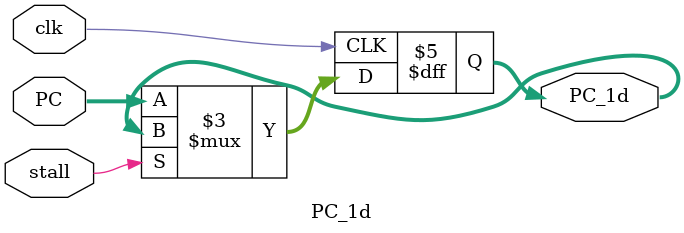
<source format=sv>
module PC_1d (
    input clk,
    input stall,
    input [31:0] PC,
    output reg [31:0] PC_1d
);

always @(posedge clk) begin
    if (stall)
        PC_1d <= PC_1d; 
    else
        PC_1d <= PC;
end

endmodule
</source>
